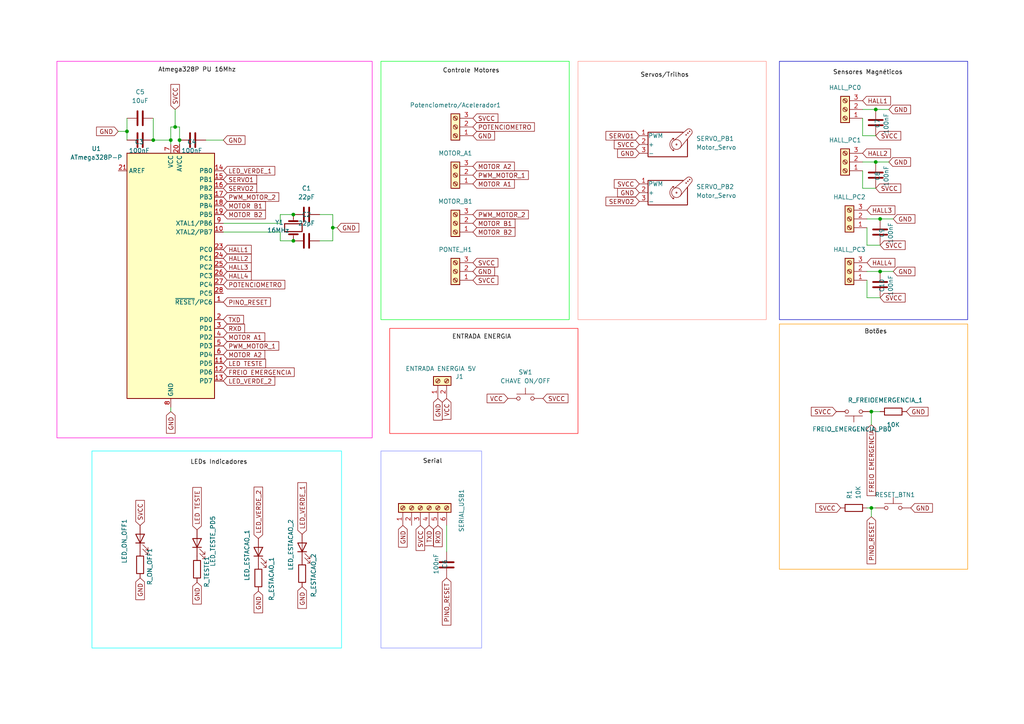
<source format=kicad_sch>
(kicad_sch (version 20250114) (generator "eeschema") (generator_version "9.0")
  (paper "A4")
  (lib_symbols
    (symbol "Connector:Screw_Terminal_01x02" (pin_names (offset 1.016) (hide yes))
      (property "Reference" "J" (at 0 2.54 0))
      (property "Value" "Screw_Terminal_01x02" (at 0 -5.08 0))
      (symbol "Screw_Terminal_01x02_1_1"
        (rectangle (start -1.27 1.27) (end 1.27 -3.81) (stroke (width 0.254)) (fill (type background)))
        (polyline (pts (xy -0.5334 0.3302) (xy 0.3302 -0.508)) (stroke (width 0.1524)))
        (polyline (pts (xy -0.5334 -2.2098) (xy 0.3302 -3.048)) (stroke (width 0.1524)))
        (polyline (pts (xy -0.3556 0.508) (xy 0.508 -0.3302)) (stroke (width 0.1524)))
        (polyline (pts (xy -0.3556 -2.032) (xy 0.508 -2.8702)) (stroke (width 0.1524)))
        (circle (center 0 0) (radius 0.635) (stroke (width 0.1524)))
        (circle (center 0 -2.54) (radius 0.635) (stroke (width 0.1524)))
        (pin passive line (at -5.08 0 0) (length 3.81) (name "Pin_1") (number "1"))
        (pin passive line (at -5.08 -2.54 0) (length 3.81) (name "Pin_2") (number "2"))
      )
    )
    (symbol "Connector:Screw_Terminal_01x03" (pin_names (offset 1.016) (hide yes))
      (property "Reference" "J" (at 0 5.08 0))
      (property "Value" "Screw_Terminal_01x03" (at 0 -5.08 0))
      (symbol "Screw_Terminal_01x03_1_1"
        (rectangle (start -1.27 3.81) (end 1.27 -3.81) (stroke (width 0.254)) (fill (type background)))
        (polyline (pts (xy -0.5334 2.8702) (xy 0.3302 2.032)) (stroke (width 0.1524)))
        (polyline (pts (xy -0.5334 0.3302) (xy 0.3302 -0.508)) (stroke (width 0.1524)))
        (polyline (pts (xy -0.5334 -2.2098) (xy 0.3302 -3.048)) (stroke (width 0.1524)))
        (polyline (pts (xy -0.3556 3.048) (xy 0.508 2.2098)) (stroke (width 0.1524)))
        (polyline (pts (xy -0.3556 0.508) (xy 0.508 -0.3302)) (stroke (width 0.1524)))
        (polyline (pts (xy -0.3556 -2.032) (xy 0.508 -2.8702)) (stroke (width 0.1524)))
        (circle (center 0 2.54) (radius 0.635) (stroke (width 0.1524)))
        (circle (center 0 0) (radius 0.635) (stroke (width 0.1524)))
        (circle (center 0 -2.54) (radius 0.635) (stroke (width 0.1524)))
        (pin passive line (at -5.08 2.54 0) (length 3.81) (name "Pin_1") (number "1"))
        (pin passive line (at -5.08 0 0) (length 3.81) (name "Pin_2") (number "2"))
        (pin passive line (at -5.08 -2.54 0) (length 3.81) (name "Pin_3") (number "3"))
      )
    )
    (symbol "Connector:Screw_Terminal_01x06" (pin_names (offset 1.016) (hide yes))
      (property "Reference" "J" (at 0 7.62 0))
      (property "Value" "Screw_Terminal_01x06" (at 0 -10.16 0))
      (symbol "Screw_Terminal_01x06_1_1"
        (rectangle (start -1.27 6.35) (end 1.27 -8.89) (stroke (width 0.254)) (fill (type background)))
        (polyline (pts (xy -0.5334 5.4102) (xy 0.3302 4.572)) (stroke (width 0.1524)))
        (polyline (pts (xy -0.5334 2.8702) (xy 0.3302 2.032)) (stroke (width 0.1524)))
        (polyline (pts (xy -0.5334 0.3302) (xy 0.3302 -0.508)) (stroke (width 0.1524)))
        (polyline (pts (xy -0.5334 -2.2098) (xy 0.3302 -3.048)) (stroke (width 0.1524)))
        (polyline (pts (xy -0.5334 -4.7498) (xy 0.3302 -5.588)) (stroke (width 0.1524)))
        (polyline (pts (xy -0.5334 -7.2898) (xy 0.3302 -8.128)) (stroke (width 0.1524)))
        (polyline (pts (xy -0.3556 5.588) (xy 0.508 4.7498)) (stroke (width 0.1524)))
        (polyline (pts (xy -0.3556 3.048) (xy 0.508 2.2098)) (stroke (width 0.1524)))
        (polyline (pts (xy -0.3556 0.508) (xy 0.508 -0.3302)) (stroke (width 0.1524)))
        (polyline (pts (xy -0.3556 -2.032) (xy 0.508 -2.8702)) (stroke (width 0.1524)))
        (polyline (pts (xy -0.3556 -4.572) (xy 0.508 -5.4102)) (stroke (width 0.1524)))
        (polyline (pts (xy -0.3556 -7.112) (xy 0.508 -7.9502)) (stroke (width 0.1524)))
        (circle (center 0 5.08) (radius 0.635) (stroke (width 0.1524)))
        (circle (center 0 2.54) (radius 0.635) (stroke (width 0.1524)))
        (circle (center 0 0) (radius 0.635) (stroke (width 0.1524)))
        (circle (center 0 -2.54) (radius 0.635) (stroke (width 0.1524)))
        (circle (center 0 -5.08) (radius 0.635) (stroke (width 0.1524)))
        (circle (center 0 -7.62) (radius 0.635) (stroke (width 0.1524)))
        (pin passive line (at -5.08 5.08 0) (length 3.81) (name "Pin_1") (number "1"))
        (pin passive line (at -5.08 2.54 0) (length 3.81) (name "Pin_2") (number "2"))
        (pin passive line (at -5.08 0 0) (length 3.81) (name "Pin_3") (number "3"))
        (pin passive line (at -5.08 -2.54 0) (length 3.81) (name "Pin_4") (number "4"))
        (pin passive line (at -5.08 -5.08 0) (length 3.81) (name "Pin_5") (number "5"))
        (pin passive line (at -5.08 -7.62 0) (length 3.81) (name "Pin_6") (number "6"))
      )
    )
    (symbol "Device:C" (pin_numbers (hide yes)) (pin_names (offset 0.254))
      (property "Reference" "C" (at 0.635 2.54 0))
      (property "Value" "C" (at 0.635 -2.54 0))
      (symbol "C_0_1"
        (polyline (pts (xy -2.032 0.762) (xy 2.032 0.762)) (stroke (width 0.508)))
        (polyline (pts (xy -2.032 -0.762) (xy 2.032 -0.762)) (stroke (width 0.508)))
      )
      (symbol "C_1_1"
        (pin passive line (at 0 3.81 270) (length 2.794) (name "~") (number "1"))
        (pin passive line (at 0 -3.81 90) (length 2.794) (name "~") (number "2"))
      )
    )
    (symbol "Device:Crystal" (pin_numbers (hide yes)) (pin_names (offset 1.016) (hide yes))
      (property "Reference" "Y" (at 0 3.81 0))
      (property "Value" "Crystal" (at 0 -3.81 0))
      (symbol "Crystal_0_1"
        (polyline (pts (xy -2.54 0) (xy -1.905 0)))
        (polyline (pts (xy -1.905 -1.27) (xy -1.905 1.27)) (stroke (width 0.508)))
        (rectangle (start -1.143 2.54) (end 1.143 -2.54) (stroke (width 0.3048)))
        (polyline (pts (xy 1.905 -1.27) (xy 1.905 1.27)) (stroke (width 0.508)))
        (polyline (pts (xy 2.54 0) (xy 1.905 0)))
      )
      (symbol "Crystal_1_1"
        (pin passive line (at -3.81 0 0) (length 1.27) (name "1") (number "1"))
        (pin passive line (at 3.81 0 180) (length 1.27) (name "2") (number "2"))
      )
    )
    (symbol "Device:LED" (pin_numbers (hide yes)) (pin_names (offset 1.016) (hide yes))
      (property "Reference" "D" (at 0 2.54 0))
      (property "Value" "LED" (at 0 -2.54 0))
      (symbol "LED_0_1"
        (polyline (pts (xy -3.048 -0.762) (xy -4.572 -2.286) (xy -3.81 -2.286) (xy -4.572 -2.286) (xy -4.572 -1.524)))
        (polyline (pts (xy -1.778 -0.762) (xy -3.302 -2.286) (xy -2.54 -2.286) (xy -3.302 -2.286) (xy -3.302 -1.524)))
        (polyline (pts (xy -1.27 0) (xy 1.27 0)))
        (polyline (pts (xy -1.27 -1.27) (xy -1.27 1.27)) (stroke (width 0.254)))
        (polyline (pts (xy 1.27 -1.27) (xy 1.27 1.27) (xy -1.27 0) (xy 1.27 -1.27)) (stroke (width 0.254)))
      )
      (symbol "LED_1_1"
        (pin passive line (at -3.81 0 0) (length 2.54) (name "K") (number "1"))
        (pin passive line (at 3.81 0 180) (length 2.54) (name "A") (number "2"))
      )
    )
    (symbol "Device:R" (pin_numbers (hide yes)) (pin_names (offset 0))
      (property "Reference" "R" (at 2.032 0 90))
      (property "Value" "R" (at 0 0 90))
      (symbol "R_0_1"
        (rectangle (start -1.016 -2.54) (end 1.016 2.54) (stroke (width 0.254)))
      )
      (symbol "R_1_1"
        (pin passive line (at 0 3.81 270) (length 1.27) (name "~") (number "1"))
        (pin passive line (at 0 -3.81 90) (length 1.27) (name "~") (number "2"))
      )
    )
    (symbol "MCU_Microchip_ATmega:ATmega328P-P"
      (property "Reference" "U" (at -12.7 36.83 0))
      (property "Value" "ATmega328P-P" (at 2.54 -36.83 0))
      (symbol "ATmega328P-P_0_1"
        (rectangle (start -12.7 -35.56) (end 12.7 35.56) (stroke (width 0.254)) (fill (type background)))
      )
      (symbol "ATmega328P-P_1_1"
        (pin passive line (at -15.24 30.48 0) (length 2.54) (name "AREF") (number "21"))
        (pin power_in line (at 0 38.1 270) (length 2.54) (name "VCC") (number "7"))
        (pin passive line (at 0 -38.1 90) (length 2.54) (hide yes) (name "GND") (number "22"))
        (pin power_in line (at 0 -38.1 90) (length 2.54) (name "GND") (number "8"))
        (pin power_in line (at 2.54 38.1 270) (length 2.54) (name "AVCC") (number "20"))
        (pin bidirectional line (at 15.24 30.48 180) (length 2.54) (name "PB0") (number "14"))
        (pin bidirectional line (at 15.24 27.94 180) (length 2.54) (name "PB1") (number "15"))
        (pin bidirectional line (at 15.24 25.4 180) (length 2.54) (name "PB2") (number "16"))
        (pin bidirectional line (at 15.24 22.86 180) (length 2.54) (name "PB3") (number "17"))
        (pin bidirectional line (at 15.24 20.32 180) (length 2.54) (name "PB4") (number "18"))
        (pin bidirectional line (at 15.24 17.78 180) (length 2.54) (name "PB5") (number "19"))
        (pin bidirectional line (at 15.24 15.24 180) (length 2.54) (name "XTAL1/PB6") (number "9"))
        (pin bidirectional line (at 15.24 12.7 180) (length 2.54) (name "XTAL2/PB7") (number "10"))
        (pin bidirectional line (at 15.24 7.62 180) (length 2.54) (name "PC0") (number "23"))
        (pin bidirectional line (at 15.24 5.08 180) (length 2.54) (name "PC1") (number "24"))
        (pin bidirectional line (at 15.24 2.54 180) (length 2.54) (name "PC2") (number "25"))
        (pin bidirectional line (at 15.24 0 180) (length 2.54) (name "PC3") (number "26"))
        (pin bidirectional line (at 15.24 -2.54 180) (length 2.54) (name "PC4") (number "27"))
        (pin bidirectional line (at 15.24 -5.08 180) (length 2.54) (name "PC5") (number "28"))
        (pin bidirectional line (at 15.24 -7.62 180) (length 2.54) (name "~{RESET}/PC6") (number "1"))
        (pin bidirectional line (at 15.24 -12.7 180) (length 2.54) (name "PD0") (number "2"))
        (pin bidirectional line (at 15.24 -15.24 180) (length 2.54) (name "PD1") (number "3"))
        (pin bidirectional line (at 15.24 -17.78 180) (length 2.54) (name "PD2") (number "4"))
        (pin bidirectional line (at 15.24 -20.32 180) (length 2.54) (name "PD3") (number "5"))
        (pin bidirectional line (at 15.24 -22.86 180) (length 2.54) (name "PD4") (number "6"))
        (pin bidirectional line (at 15.24 -25.4 180) (length 2.54) (name "PD5") (number "11"))
        (pin bidirectional line (at 15.24 -27.94 180) (length 2.54) (name "PD6") (number "12"))
        (pin bidirectional line (at 15.24 -30.48 180) (length 2.54) (name "PD7") (number "13"))
      )
    )
    (symbol "Motor:Motor_Servo" (pin_names (offset 0.0254))
      (property "Reference" "M" (at -5.08 4.445 0))
      (property "Value" "Motor_Servo" (at -5.08 -4.064 0))
      (symbol "Motor_Servo_0_1"
        (polyline (pts (xy 2.413 1.778) (xy 1.905 1.778)))
        (polyline (pts (xy 2.413 1.778) (xy 2.286 1.397)))
        (polyline (pts (xy 2.413 -1.778) (xy 2.032 -1.778)))
        (polyline (pts (xy 2.413 -1.778) (xy 2.286 -1.397)))
        (arc (start 2.413 -1.778) (mid 1.2406 0) (end 2.413 1.778))
        (circle (center 3.175 0) (radius 0.1778))
        (circle (center 3.175 0) (radius 1.4224))
        (polyline (pts (xy 5.08 3.556) (xy -5.08 3.556) (xy -5.08 -3.556) (xy 6.35 -3.556) (xy 6.35 1.524)) (stroke (width 0.254)))
        (circle (center 5.969 2.794) (radius 0.127))
        (polyline (pts (xy 6.35 4.445) (xy 2.54 1.27)))
        (circle (center 6.477 3.302) (radius 0.127))
        (arc (start 6.35 4.445) (mid 7.4487 4.2737) (end 7.62 3.175))
        (circle (center 6.985 3.81) (radius 0.127))
        (polyline (pts (xy 7.62 3.175) (xy 4.191 -1.016)))
      )
      (symbol "Motor_Servo_1_1"
        (pin passive line (at -7.62 2.54 0) (length 2.54) (name "PWM") (number "1"))
        (pin passive line (at -7.62 0 0) (length 2.54) (name "+") (number "2"))
        (pin passive line (at -7.62 -2.54 0) (length 2.54) (name "-") (number "3"))
      )
    )
    (symbol "Switch:SW_Push" (pin_numbers (hide yes)) (pin_names (offset 1.016) (hide yes))
      (property "Reference" "SW" (at 1.27 2.54 0))
      (property "Value" "SW_Push" (at 0 -1.524 0))
      (symbol "SW_Push_0_1"
        (circle (center -2.032 0) (radius 0.508))
        (polyline (pts (xy 0 1.27) (xy 0 3.048)))
        (circle (center 2.032 0) (radius 0.508))
        (polyline (pts (xy 2.54 1.27) (xy -2.54 1.27)))
        (pin passive line (at -5.08 0 0) (length 2.54) (name "1") (number "1"))
        (pin passive line (at 5.08 0 180) (length 2.54) (name "2") (number "2"))
      )
    )
  )
  (rectangle (start 113.03 95.25) (end 167.64 125.73) (stroke (width 0) (color 255 0 10 1)))
  (rectangle (start 110.49 130.81) (end 139.7 187.96) (stroke (width 0) (color 129 139 255 1)))
  (rectangle (start 226.06 93.98) (end 280.67 165.1) (stroke (width 0) (color 255 153 0 1)))
  (rectangle (start 16.51 17.78) (end 107.95 127) (stroke (width 0) (color 255 0 214 1)))
  (rectangle (start 110.49 17.78) (end 165.1 92.71) (stroke (width 0) (color 0 255 34 1)))
  (rectangle (start 26.67 130.81) (end 99.06 187.96) (stroke (width 0) (color 0 255 255 1)))
  (rectangle (start 226.06 17.78) (end 280.67 92.71))
  (rectangle (start 167.64 17.78) (end 222.25 92.71) (stroke (width 0) (color 255 149 139 1)))
  (text "Atmega328P PU 16Mhz" (at 57.15 20.32 0) (effects (font (size 1.27 1.27))))
  (text "LEDs Indicadores\n" (at 63.5 134.112 0) (effects (font (size 1.27 1.27))))
  (text "Controle Motores\n" (at 136.652 20.574 0) (effects (font (size 1.27 1.27))))
  (text "Botões\n" (at 254 96.266 0) (effects (font (size 1.27 1.27))))
  (text "ENTRADA ENERGIA\n" (at 139.7 97.79 0) (effects (font (size 1.27 1.27))))
  (text "Servos/Trilhos\n" (at 192.786 21.844 0) (effects (font (size 1.27 1.27))))
  (text "Serial\n" (at 125.476 133.858 0) (effects (font (size 1.27 1.27))))
  (text "Sensores Magnéticos" (at 251.714 21.082 0) (effects (font (size 1.27 1.27))))
  (junction (at 255.27 63.5))
  (junction (at 52.07 40.64))
  (junction (at 85.09 69.85))
  (junction (at 255.27 78.74))
  (junction (at 44.45 40.64))
  (junction (at 49.53 40.64))
  (junction (at 85.09 62.23))
  (junction (at 50.8 36.83))
  (junction (at 252.73 119.38))
  (junction (at 254 31.75))
  (junction (at 96.52 66.04))
  (junction (at 252.73 147.32))
  (junction (at 254 46.99))
  (junction (at 36.83 38.1))
  (wire (pts (xy 254 31.75) (xy 250.19 31.75)))
  (wire (pts (xy 49.53 41.91) (xy 49.53 40.64)))
  (wire (pts (xy 252.73 149.86) (xy 252.73 147.32)))
  (wire (pts (xy 255.27 78.74) (xy 251.46 78.74)))
  (wire (pts (xy 44.45 34.29) (xy 44.45 40.64)))
  (wire (pts (xy 36.83 34.29) (xy 36.83 38.1)))
  (wire (pts (xy 36.83 38.1) (xy 36.83 40.64)))
  (wire (pts (xy 59.69 40.64) (xy 64.77 40.64)))
  (wire (pts (xy 255.27 63.5) (xy 251.46 63.5)))
  (wire (pts (xy 52.07 40.64) (xy 52.07 41.91)))
  (wire (pts (xy 96.52 62.23) (xy 96.52 66.04)))
  (wire (pts (xy 250.19 34.29) (xy 250.19 39.37)))
  (wire (pts (xy 81.28 67.31) (xy 64.77 67.31)))
  (wire (pts (xy 52.07 36.83) (xy 52.07 40.64)))
  (wire (pts (xy 250.19 39.37) (xy 254 39.37)))
  (wire (pts (xy 251.46 81.28) (xy 251.46 86.36)))
  (wire (pts (xy 257.81 46.99) (xy 254 46.99)))
  (wire (pts (xy 85.09 69.85) (xy 81.28 69.85)))
  (wire (pts (xy 97.79 66.04) (xy 96.52 66.04)))
  (wire (pts (xy 251.46 86.36) (xy 255.27 86.36)))
  (wire (pts (xy 81.28 62.23) (xy 85.09 62.23)))
  (wire (pts (xy 252.73 147.32) (xy 254 147.32)))
  (wire (pts (xy 250.19 49.53) (xy 250.19 54.61)))
  (wire (pts (xy 50.8 36.83) (xy 52.07 36.83)))
  (wire (pts (xy 64.77 64.77) (xy 81.28 64.77)))
  (wire (pts (xy 259.08 78.74) (xy 255.27 78.74)))
  (wire (pts (xy 259.08 63.5) (xy 255.27 63.5)))
  (wire (pts (xy 49.53 36.83) (xy 50.8 36.83)))
  (wire (pts (xy 251.46 66.04) (xy 251.46 71.12)))
  (wire (pts (xy 252.73 123.19) (xy 252.73 119.38)))
  (wire (pts (xy 44.45 40.64) (xy 49.53 40.64)))
  (wire (pts (xy 92.71 69.85) (xy 96.52 69.85)))
  (wire (pts (xy 251.46 71.12) (xy 255.27 71.12)))
  (wire (pts (xy 129.54 152.4) (xy 129.54 160.02)))
  (wire (pts (xy 254 46.99) (xy 250.19 46.99)))
  (wire (pts (xy 34.29 38.1) (xy 36.83 38.1)))
  (wire (pts (xy 81.28 69.85) (xy 81.28 67.31)))
  (wire (pts (xy 49.53 119.38) (xy 49.53 118.11)))
  (wire (pts (xy 255.27 119.38) (xy 252.73 119.38)))
  (wire (pts (xy 50.8 31.75) (xy 50.8 36.83)))
  (wire (pts (xy 96.52 66.04) (xy 96.52 69.85)))
  (wire (pts (xy 49.53 40.64) (xy 49.53 36.83)))
  (wire (pts (xy 251.46 147.32) (xy 252.73 147.32)))
  (wire (pts (xy 81.28 64.77) (xy 81.28 62.23)))
  (wire (pts (xy 257.81 31.75) (xy 254 31.75)))
  (wire (pts (xy 250.19 54.61) (xy 254 54.61)))
  (wire (pts (xy 92.71 62.23) (xy 96.52 62.23)))
  (global_label "SVCC" (shape input) (at 255.27 71.12 0) (property "Intersheetrefs" "${INTERSHEET_REFS}" (effects (hide yes))))
  (global_label "GND" (shape input) (at 259.08 78.74 0) (property "Intersheetrefs" "${INTERSHEET_REFS}" (effects (hide yes))))
  (global_label "SVCC" (shape input) (at 254 54.61 0) (property "Intersheetrefs" "${INTERSHEET_REFS}" (effects (hide yes))))
  (global_label "RXD" (shape input) (at 64.77 95.25 0) (property "Intersheetrefs" "${INTERSHEET_REFS}" (effects (hide yes))))
  (global_label "GND" (shape input) (at 87.63 170.18 270) (property "Intersheetrefs" "${INTERSHEET_REFS}" (effects (hide yes))))
  (global_label "RXD" (shape input) (at 127 152.4 270) (property "Intersheetrefs" "${INTERSHEET_REFS}" (effects (hide yes))))
  (global_label "HALL1" (shape input) (at 64.77 72.39 0) (property "Intersheetrefs" "${INTERSHEET_REFS}" (effects (hide yes))))
  (global_label "LED_VERDE_2" (shape input) (at 74.93 156.21 90) (property "Intersheetrefs" "${INTERSHEET_REFS}" (effects (hide yes))))
  (global_label "SVCC" (shape input) (at 137.16 34.29 0) (property "Intersheetrefs" "${INTERSHEET_REFS}" (effects (hide yes))))
  (global_label "HALL4" (shape input) (at 64.77 80.01 0) (property "Intersheetrefs" "${INTERSHEET_REFS}" (effects (hide yes))))
  (global_label "LED_VERDE_1" (shape input) (at 87.63 154.94 90) (property "Intersheetrefs" "${INTERSHEET_REFS}" (effects (hide yes))))
  (global_label "PINO_RESET" (shape input) (at 64.77 87.63 0) (property "Intersheetrefs" "${INTERSHEET_REFS}" (effects (hide yes))))
  (global_label "PWM_MOTOR_1" (shape input) (at 64.77 100.33 0) (property "Intersheetrefs" "${INTERSHEET_REFS}" (effects (hide yes))))
  (global_label "GND" (shape input) (at 74.93 171.45 270) (property "Intersheetrefs" "${INTERSHEET_REFS}" (effects (hide yes))))
  (global_label "GND" (shape input) (at 185.42 55.88 180) (property "Intersheetrefs" "${INTERSHEET_REFS}" (effects (hide yes))))
  (global_label "GND" (shape input) (at 97.79 66.04 0) (property "Intersheetrefs" "${INTERSHEET_REFS}" (effects (hide yes))))
  (global_label "HALL3" (shape input) (at 64.77 77.47 0) (property "Intersheetrefs" "${INTERSHEET_REFS}" (effects (hide yes))))
  (global_label "HALL4" (shape input) (at 251.46 76.2 0) (property "Intersheetrefs" "${INTERSHEET_REFS}" (effects (hide yes))))
  (global_label "LED_VERDE_1" (shape input) (at 64.77 49.53 0) (property "Intersheetrefs" "${INTERSHEET_REFS}" (effects (hide yes))))
  (global_label "GND" (shape input) (at 57.15 168.91 270) (property "Intersheetrefs" "${INTERSHEET_REFS}" (effects (hide yes))))
  (global_label "LED TESTE" (shape input) (at 57.15 153.67 90) (property "Intersheetrefs" "${INTERSHEET_REFS}" (effects (hide yes))))
  (global_label "SVCC" (shape input) (at 137.16 76.2 0) (property "Intersheetrefs" "${INTERSHEET_REFS}" (effects (hide yes))))
  (global_label "MOTOR A2" (shape input) (at 137.16 48.26 0) (property "Intersheetrefs" "${INTERSHEET_REFS}" (effects (hide yes))))
  (global_label "SVCC" (shape input) (at 185.42 53.34 180) (property "Intersheetrefs" "${INTERSHEET_REFS}" (effects (hide yes))))
  (global_label "SVCC" (shape input) (at 255.27 86.36 0) (property "Intersheetrefs" "${INTERSHEET_REFS}" (effects (hide yes))))
  (global_label "SVCC" (shape input) (at 254 39.37 0) (property "Intersheetrefs" "${INTERSHEET_REFS}" (effects (hide yes))))
  (global_label "SERVO1" (shape input) (at 185.42 39.37 180) (property "Intersheetrefs" "${INTERSHEET_REFS}" (effects (hide yes))))
  (global_label "GND" (shape input) (at 49.53 119.38 270) (property "Intersheetrefs" "${INTERSHEET_REFS}" (effects (hide yes))))
  (global_label "SVCC" (shape input) (at 243.84 147.32 180) (property "Intersheetrefs" "${INTERSHEET_REFS}" (effects (hide yes))))
  (global_label "PWM_MOTOR_2" (shape input) (at 64.77 57.15 0) (property "Intersheetrefs" "${INTERSHEET_REFS}" (effects (hide yes))))
  (global_label "SERVO2" (shape input) (at 185.42 58.42 180) (property "Intersheetrefs" "${INTERSHEET_REFS}" (effects (hide yes))))
  (global_label "POTENCIOMETRO" (shape input) (at 137.16 36.83 0) (property "Intersheetrefs" "${INTERSHEET_REFS}" (effects (hide yes))))
  (global_label "SVCC" (shape input) (at 185.42 41.91 180) (property "Intersheetrefs" "${INTERSHEET_REFS}" (effects (hide yes))))
  (global_label "SERVO2" (shape input) (at 64.77 54.61 0) (property "Intersheetrefs" "${INTERSHEET_REFS}" (effects (hide yes))))
  (global_label "SVCC" (shape input) (at 242.57 119.38 180) (property "Intersheetrefs" "${INTERSHEET_REFS}" (effects (hide yes))))
  (global_label "VCC" (shape input) (at 147.32 115.57 180) (property "Intersheetrefs" "${INTERSHEET_REFS}" (effects (hide yes))))
  (global_label "GND" (shape input) (at 64.77 40.64 0) (property "Intersheetrefs" "${INTERSHEET_REFS}" (effects (hide yes))))
  (global_label "GND" (shape input) (at 40.64 167.64 270) (property "Intersheetrefs" "${INTERSHEET_REFS}" (effects (hide yes))))
  (global_label "MOTOR B1" (shape input) (at 137.16 64.77 0) (property "Intersheetrefs" "${INTERSHEET_REFS}" (effects (hide yes))))
  (global_label "TXD" (shape input) (at 124.46 152.4 270) (property "Intersheetrefs" "${INTERSHEET_REFS}" (effects (hide yes))))
  (global_label "PINO_RESET" (shape input) (at 129.54 167.64 270) (property "Intersheetrefs" "${INTERSHEET_REFS}" (effects (hide yes))))
  (global_label "GND" (shape input) (at 34.29 38.1 180) (property "Intersheetrefs" "${INTERSHEET_REFS}" (effects (hide yes))))
  (global_label "SERVO1" (shape input) (at 64.77 52.07 0) (property "Intersheetrefs" "${INTERSHEET_REFS}" (effects (hide yes))))
  (global_label "LED TESTE" (shape input) (at 64.77 105.41 0) (property "Intersheetrefs" "${INTERSHEET_REFS}" (effects (hide yes))))
  (global_label "MOTOR A2" (shape input) (at 64.77 102.87 0) (property "Intersheetrefs" "${INTERSHEET_REFS}" (effects (hide yes))))
  (global_label "HALL2" (shape input) (at 64.77 74.93 0) (property "Intersheetrefs" "${INTERSHEET_REFS}" (effects (hide yes))))
  (global_label "GND" (shape input) (at 137.16 39.37 0) (property "Intersheetrefs" "${INTERSHEET_REFS}" (effects (hide yes))))
  (global_label "GND" (shape input) (at 264.16 147.32 0) (property "Intersheetrefs" "${INTERSHEET_REFS}" (effects (hide yes))))
  (global_label "SVCC" (shape input) (at 157.48 115.57 0) (property "Intersheetrefs" "${INTERSHEET_REFS}" (effects (hide yes))))
  (global_label "SVCC" (shape input) (at 121.92 152.4 270) (property "Intersheetrefs" "${INTERSHEET_REFS}" (effects (hide yes))))
  (global_label "GND" (shape input) (at 262.89 119.38 0) (property "Intersheetrefs" "${INTERSHEET_REFS}" (effects (hide yes))))
  (global_label "MOTOR B2" (shape input) (at 137.16 67.31 0) (property "Intersheetrefs" "${INTERSHEET_REFS}" (effects (hide yes))))
  (global_label "GND" (shape input) (at 116.84 152.4 270) (property "Intersheetrefs" "${INTERSHEET_REFS}" (effects (hide yes))))
  (global_label "GND" (shape input) (at 137.16 78.74 0) (property "Intersheetrefs" "${INTERSHEET_REFS}" (effects (hide yes))))
  (global_label "SVCC" (shape input) (at 137.16 81.28 0) (property "Intersheetrefs" "${INTERSHEET_REFS}" (effects (hide yes))))
  (global_label "GND" (shape input) (at 185.42 44.45 180) (property "Intersheetrefs" "${INTERSHEET_REFS}" (effects (hide yes))))
  (global_label "VCC" (shape input) (at 129.54 115.57 270) (property "Intersheetrefs" "${INTERSHEET_REFS}" (effects (hide yes))))
  (global_label "SVCC" (shape input) (at 50.8 31.75 90) (property "Intersheetrefs" "${INTERSHEET_REFS}" (effects (hide yes))))
  (global_label "GND" (shape input) (at 257.81 46.99 0) (property "Intersheetrefs" "${INTERSHEET_REFS}" (effects (hide yes))))
  (global_label "GND" (shape input) (at 127 115.57 270) (property "Intersheetrefs" "${INTERSHEET_REFS}" (effects (hide yes))))
  (global_label "GND" (shape input) (at 257.81 31.75 0) (property "Intersheetrefs" "${INTERSHEET_REFS}" (effects (hide yes))))
  (global_label "PWM_MOTOR_1" (shape input) (at 137.16 50.8 0) (property "Intersheetrefs" "${INTERSHEET_REFS}" (effects (hide yes))))
  (global_label "HALL3" (shape input) (at 251.46 60.96 0) (property "Intersheetrefs" "${INTERSHEET_REFS}" (effects (hide yes))))
  (global_label "MOTOR A1" (shape input) (at 137.16 53.34 0) (property "Intersheetrefs" "${INTERSHEET_REFS}" (effects (hide yes))))
  (global_label "POTENCIOMETRO" (shape input) (at 64.77 82.55 0) (property "Intersheetrefs" "${INTERSHEET_REFS}" (effects (hide yes))))
  (global_label "FREIO EMERGENCIA" (shape input) (at 64.77 107.95 0) (property "Intersheetrefs" "${INTERSHEET_REFS}" (effects (hide yes))))
  (global_label "LED_VERDE_2" (shape input) (at 64.77 110.49 0) (property "Intersheetrefs" "${INTERSHEET_REFS}" (effects (hide yes))))
  (global_label "PWM_MOTOR_2" (shape input) (at 137.16 62.23 0) (property "Intersheetrefs" "${INTERSHEET_REFS}" (effects (hide yes))))
  (global_label "PINO_RESET" (shape input) (at 252.73 149.86 270) (property "Intersheetrefs" "${INTERSHEET_REFS}" (effects (hide yes))))
  (global_label "MOTOR A1" (shape input) (at 64.77 97.79 0) (property "Intersheetrefs" "${INTERSHEET_REFS}" (effects (hide yes))))
  (global_label "SVCC" (shape input) (at 40.64 152.4 90) (property "Intersheetrefs" "${INTERSHEET_REFS}" (effects (hide yes))))
  (global_label "TXD" (shape input) (at 64.77 92.71 0) (property "Intersheetrefs" "${INTERSHEET_REFS}" (effects (hide yes))))
  (global_label "HALL1" (shape input) (at 250.19 29.21 0) (property "Intersheetrefs" "${INTERSHEET_REFS}" (effects (hide yes))))
  (global_label "MOTOR B1" (shape input) (at 64.77 59.69 0) (property "Intersheetrefs" "${INTERSHEET_REFS}" (effects (hide yes))))
  (global_label "GND" (shape input) (at 259.08 63.5 0) (property "Intersheetrefs" "${INTERSHEET_REFS}" (effects (hide yes))))
  (global_label "FREIO EMERGENCIA" (shape input) (at 252.73 123.19 270) (property "Intersheetrefs" "${INTERSHEET_REFS}" (effects (hide yes))))
  (global_label "HALL2" (shape input) (at 250.19 44.45 0) (property "Intersheetrefs" "${INTERSHEET_REFS}" (effects (hide yes))))
  (global_label "MOTOR B2" (shape input) (at 64.77 62.23 0) (property "Intersheetrefs" "${INTERSHEET_REFS}" (effects (hide yes))))
  (symbol (lib_id "Switch:SW_Push") (at 152.4 115.57 0) (unit 1)
    (property "Reference" "SW1" (at 152.4 107.95 0))
    (property "Value" "CHAVE ON/OFF" (at 152.4 110.49 0))
    (property "Footprint" "Connector_JST:JST_XH_B2B-XH-A_1x02_P2.50mm_Vertical" (effects (hide yes)))
    (property "Description" "Push button switch, generic, two pins" (effects (hide yes)))
  )
  (symbol (lib_id "Device:LED") (at 40.64 156.21 90) (unit 1)
    (property "Reference" "LED_ON_OFF1" (at 36.068 156.972 0))
    (property "Value" "LED ARDUINO ON OFF" (effects (hide yes)))
    (property "Footprint" "LED_THT:LED_D3.0mm_Horizontal_O6.35mm_Z2.0mm" (effects (hide yes)))
    (property "Description" "Light emitting diode" (effects (hide yes)))
    (property "Sim.Pins" "1=K 2=A" (effects (hide yes)))
  )
  (symbol (lib_id "Device:C") (at 254 35.56 180) (unit 1)
    (property "Reference" "C7" (at 254.508 35.814 90))
    (property "Value" "100nF" (at 257.048 35.814 90))
    (property "Footprint" "Capacitor_THT:CP_Radial_Tantal_D10.5mm_P5.00mm" (effects (hide yes)))
    (property "Description" "Unpolarized capacitor" (effects (hide yes)))
  )
  (symbol (lib_id "Motor:Motor_Servo") (at 193.04 41.91 0) (unit 1)
    (property "Reference" "SERVO_PB1" (at 201.93 40.2068 0) (effects (justify left)))
    (property "Value" "Motor_Servo" (at 201.93 42.7468 0) (effects (justify left)))
    (property "Footprint" "Connector_JST:JST_XH_B3B-XH-A_1x03_P2.50mm_Vertical" (effects (hide yes)))
    (property "Datasheet" "http://forums.parallax.com/uploads/attachments/46831/74481.png" (effects (hide yes)))
    (property "Description" "Servo Motor (Futaba, HiTec, JR connector)" (effects (hide yes)))
  )
  (symbol (lib_id "Connector:Screw_Terminal_01x06") (at 121.92 147.32 90) (unit 1)
    (property "Reference" "SERIAL_USB1" (at 133.858 148.082 0))
    (property "Value" "Screw_Terminal_01x06" (effects (hide yes)))
    (property "Footprint" "Connector_PinHeader_2.54mm:PinHeader_1x06_P2.54mm_Vertical" (effects (hide yes)))
    (property "Description" "Generic screw terminal, single row, 01x06, script generated (kicad-library-utils/schlib/autogen/connector/)" (effects (hide yes)))
  )
  (symbol (lib_id "Connector:Screw_Terminal_01x03") (at 245.11 31.75 180) (unit 1)
    (property "Reference" "HALL_PC0" (at 245.11 25.4 0))
    (property "Value" "Screw_Terminal_01x03" (effects (hide yes)))
    (property "Footprint" "Connector_JST:JST_XH_B3B-XH-A_1x03_P2.50mm_Vertical" (effects (hide yes)))
    (property "Description" "Generic screw terminal, single row, 01x03, script generated (kicad-library-utils/schlib/autogen/connector/)" (effects (hide yes)))
  )
  (symbol (lib_id "Device:R") (at 259.08 119.38 270) (unit 1)
    (property "Reference" "R_FREIOEMERGENCIA_1" (at 256.794 116.078 90))
    (property "Value" "10K" (at 259.08 123.19 90))
    (property "Footprint" "Resistor_THT:R_Axial_DIN0207_L6.3mm_D2.5mm_P15.24mm_Horizontal" (effects (hide yes)))
    (property "Description" "Resistor" (effects (hide yes)))
  )
  (symbol (lib_id "Device:C") (at 255.27 82.55 180) (unit 1)
    (property "Reference" "C10" (at 255.778 82.804 90))
    (property "Value" "100nF" (at 258.318 82.804 90))
    (property "Footprint" "Capacitor_THT:CP_Radial_Tantal_D10.5mm_P5.00mm" (effects (hide yes)))
    (property "Description" "Unpolarized capacitor" (effects (hide yes)))
  )
  (symbol (lib_id "Connector:Screw_Terminal_01x03") (at 246.38 63.5 180) (unit 1)
    (property "Reference" "HALL_PC2" (at 246.38 57.15 0))
    (property "Value" "Screw_Terminal_01x03" (effects (hide yes)))
    (property "Footprint" "Connector_JST:JST_XH_B3B-XH-A_1x03_P2.50mm_Vertical" (effects (hide yes)))
    (property "Description" "Generic screw terminal, single row, 01x03, script generated (kicad-library-utils/schlib/autogen/connector/)" (effects (hide yes)))
  )
  (symbol (lib_id "MCU_Microchip_ATmega:ATmega328P-P") (at 49.53 80.01 0) (unit 1)
    (property "Reference" "U1" (at 27.94 43.1098 0))
    (property "Value" "ATmega328P-P" (at 27.94 45.6498 0))
    (property "Footprint" "Package_DIP:DIP-28_W7.62mm" (effects (hide yes)))
    (property "Datasheet" "http://ww1.microchip.com/downloads/en/DeviceDoc/ATmega328_P%20AVR%20MCU%20with%20picoPower%20Technology%20Data%20Sheet%2040001984A.pdf" (effects (hide yes)))
    (property "Description" "20MHz, 32kB Flash, 2kB SRAM, 1kB EEPROM, DIP-28" (effects (hide yes)))
  )
  (symbol (lib_id "Switch:SW_Push") (at 259.08 147.32 0) (unit 1)
    (property "Reference" "RESET_BTN1" (at 259.588 143.51 0))
    (property "Value" "FREIO EMERGENCIA" (effects (hide yes)))
    (property "Footprint" "Button_Switch_THT:SW_PUSH-12mm" (effects (hide yes)))
    (property "Description" "Push button switch, generic, two pins" (effects (hide yes)))
  )
  (symbol (lib_id "Device:C") (at 55.88 40.64 90) (unit 1)
    (property "Reference" "C4" (at 55.626 41.148 90))
    (property "Value" "100nF" (at 55.626 43.688 90))
    (property "Footprint" "Capacitor_THT:CP_Radial_Tantal_D10.5mm_P5.00mm" (effects (hide yes)))
    (property "Description" "Unpolarized capacitor" (effects (hide yes)))
  )
  (symbol (lib_id "Device:C") (at 40.64 34.29 90) (unit 1)
    (property "Reference" "C5" (at 40.64 26.67 90))
    (property "Value" "10uF" (at 40.64 29.21 90))
    (property "Footprint" "Capacitor_THT:CP_Radial_D10.0mm_P3.80mm" (effects (hide yes)))
    (property "Description" "Unpolarized capacitor" (effects (hide yes)))
  )
  (symbol (lib_id "Device:C") (at 255.27 67.31 180) (unit 1)
    (property "Reference" "C9" (at 255.778 67.564 90))
    (property "Value" "100nF" (at 258.318 67.564 90))
    (property "Footprint" "Capacitor_THT:CP_Radial_Tantal_D10.5mm_P5.00mm" (effects (hide yes)))
    (property "Description" "Unpolarized capacitor" (effects (hide yes)))
  )
  (symbol (lib_id "Connector:Screw_Terminal_01x02") (at 127 110.49 90) (unit 1)
    (property "Reference" "J1" (at 132.08 109.2199 90) (effects (justify right)))
    (property "Value" "ENTRADA ENERGIA 5V" (at 117.602 106.934 90) (effects (justify right)))
    (property "Footprint" "TerminalBlock:TerminalBlock_bornier-2_P5.08mm" (effects (hide yes)))
    (property "Description" "Generic screw terminal, single row, 01x02, script generated (kicad-library-utils/schlib/autogen/connector/)" (effects (hide yes)))
  )
  (symbol (lib_id "Switch:SW_Push") (at 247.65 119.38 180) (unit 1)
    (property "Reference" "FREIO_EMERGENCIA_PB0" (at 247.142 124.46 0))
    (property "Value" "FREIO EMERGENCIA" (effects (hide yes)))
    (property "Footprint" "Connector_JST:JST_XH_B2B-XH-A_1x02_P2.50mm_Vertical" (effects (hide yes)))
    (property "Description" "Push button switch, generic, two pins" (effects (hide yes)))
  )
  (symbol (lib_id "Connector:Screw_Terminal_01x03") (at 132.08 78.74 180) (unit 1)
    (property "Reference" "PONTE_H1" (at 132.08 72.39 0))
    (property "Value" "Screw_Terminal_01x03" (effects (hide yes)))
    (property "Footprint" "Connector_JST:JST_XH_B3B-XH-A_1x03_P2.50mm_Vertical" (effects (hide yes)))
    (property "Description" "Generic screw terminal, single row, 01x03, script generated (kicad-library-utils/schlib/autogen/connector/)" (effects (hide yes)))
  )
  (symbol (lib_id "Device:Crystal") (at 85.09 66.04 90) (unit 1)
    (property "Reference" "Y1" (at 79.756 64.516 90) (effects (justify right)))
    (property "Value" "16MHz" (at 77.47 66.802 90) (effects (justify right)))
    (property "Footprint" "Crystal:Crystal_HC18-U_Vertical" (effects (hide yes)))
    (property "Description" "Two pin crystal" (effects (hide yes)))
  )
  (symbol (lib_id "Device:LED") (at 74.93 160.02 90) (unit 1)
    (property "Reference" "LED_ESTACAO_1" (at 71.628 161.036 0))
    (property "Value" "LED" (effects (hide yes)))
    (property "Footprint" "Connector_JST:JST_XH_B2B-XH-A_1x02_P2.50mm_Vertical" (effects (hide yes)))
    (property "Description" "Light emitting diode" (effects (hide yes)))
    (property "Sim.Pins" "1=K 2=A" (effects (hide yes)))
  )
  (symbol (lib_id "Connector:Screw_Terminal_01x03") (at 246.38 78.74 180) (unit 1)
    (property "Reference" "HALL_PC3" (at 246.38 72.39 0))
    (property "Value" "Screw_Terminal_01x03" (effects (hide yes)))
    (property "Footprint" "Connector_JST:JST_XH_B3B-XH-A_1x03_P2.50mm_Vertical" (effects (hide yes)))
    (property "Description" "Generic screw terminal, single row, 01x03, script generated (kicad-library-utils/schlib/autogen/connector/)" (effects (hide yes)))
  )
  (symbol (lib_id "Device:R") (at 247.65 147.32 270) (unit 1)
    (property "Reference" "R1" (at 246.3799 144.78 0) (effects (justify right)))
    (property "Value" "10K" (at 248.9199 144.78 0) (effects (justify right)))
    (property "Footprint" "Resistor_THT:R_Axial_DIN0207_L6.3mm_D2.5mm_P15.24mm_Horizontal" (effects (hide yes)))
    (property "Description" "Resistor" (effects (hide yes)))
  )
  (symbol (lib_id "Connector:Screw_Terminal_01x03") (at 132.08 36.83 180) (unit 1)
    (property "Reference" "Potenciometro/Acelerador1" (at 132.08 30.48 0))
    (property "Value" "Screw_Terminal_01x03" (effects (hide yes)))
    (property "Footprint" "Connector_JST:JST_XH_B3B-XH-A_1x03_P2.50mm_Vertical" (effects (hide yes)))
    (property "Description" "Generic screw terminal, single row, 01x03, script generated (kicad-library-utils/schlib/autogen/connector/)" (effects (hide yes)))
  )
  (symbol (lib_id "Device:R") (at 40.64 163.83 0) (unit 1)
    (property "Reference" "R_ON_OFF1" (at 43.434 164.338 90))
    (property "Value" "RESISTOR LED ON OFF" (effects (hide yes)))
    (property "Footprint" "Resistor_THT:R_Axial_DIN0207_L6.3mm_D2.5mm_P15.24mm_Horizontal" (effects (hide yes)))
    (property "Description" "Resistor" (effects (hide yes)))
  )
  (symbol (lib_id "Connector:Screw_Terminal_01x03") (at 132.08 50.8 180) (unit 1)
    (property "Reference" "MOTOR_A1" (at 132.08 44.45 0))
    (property "Value" "Screw_Terminal_01x03" (effects (hide yes)))
    (property "Footprint" "Connector_JST:JST_XH_B3B-XH-A_1x03_P2.50mm_Vertical" (effects (hide yes)))
    (property "Description" "Generic screw terminal, single row, 01x03, script generated (kicad-library-utils/schlib/autogen/connector/)" (effects (hide yes)))
  )
  (symbol (lib_id "Device:LED") (at 57.15 157.48 90) (unit 1)
    (property "Reference" "LED_TESTE_PD5" (at 61.722 156.972 0))
    (property "Value" "LED" (effects (hide yes)))
    (property "Footprint" "LED_THT:LED_D3.0mm_Horizontal_O6.35mm_Z2.0mm" (effects (hide yes)))
    (property "Description" "Light emitting diode" (effects (hide yes)))
    (property "Sim.Pins" "1=K 2=A" (effects (hide yes)))
  )
  (symbol (lib_id "Device:C") (at 88.9 69.85 90) (unit 1)
    (property "Reference" "C2" (at 88.9 62.23 90))
    (property "Value" "22pF" (at 88.9 64.77 90))
    (property "Footprint" "Capacitor_THT:CP_Radial_Tantal_D10.5mm_P5.00mm" (effects (hide yes)))
    (property "Description" "Unpolarized capacitor" (effects (hide yes)))
  )
  (symbol (lib_id "Motor:Motor_Servo") (at 193.04 55.88 0) (unit 1)
    (property "Reference" "SERVO_PB2" (at 201.93 54.1768 0) (effects (justify left)))
    (property "Value" "Motor_Servo" (at 201.93 56.7168 0) (effects (justify left)))
    (property "Footprint" "Connector_JST:JST_XH_B3B-XH-A_1x03_P2.50mm_Vertical" (effects (hide yes)))
    (property "Datasheet" "http://forums.parallax.com/uploads/attachments/46831/74481.png" (effects (hide yes)))
    (property "Description" "Servo Motor (Futaba, HiTec, JR connector)" (effects (hide yes)))
  )
  (symbol (lib_id "Device:C") (at 40.64 40.64 90) (unit 1)
    (property "Reference" "C3" (at 40.386 41.148 90))
    (property "Value" "100nF" (at 40.386 43.688 90))
    (property "Footprint" "Capacitor_THT:CP_Radial_Tantal_D10.5mm_P5.00mm" (effects (hide yes)))
    (property "Description" "Unpolarized capacitor" (effects (hide yes)))
  )
  (symbol (lib_id "Device:LED") (at 87.63 158.75 90) (unit 1)
    (property "Reference" "LED_ESTACAO_2" (at 84.328 157.988 0))
    (property "Value" "LED" (effects (hide yes)))
    (property "Footprint" "Connector_JST:JST_XH_B2B-XH-A_1x02_P2.50mm_Vertical" (effects (hide yes)))
    (property "Description" "Light emitting diode" (effects (hide yes)))
    (property "Sim.Pins" "1=K 2=A" (effects (hide yes)))
  )
  (symbol (lib_id "Device:C") (at 254 50.8 180) (unit 1)
    (property "Reference" "C8" (at 254.508 51.054 90))
    (property "Value" "100nF" (at 257.048 51.054 90))
    (property "Footprint" "Capacitor_THT:CP_Radial_Tantal_D10.5mm_P5.00mm" (effects (hide yes)))
    (property "Description" "Unpolarized capacitor" (effects (hide yes)))
  )
  (symbol (lib_id "Device:R") (at 74.93 167.64 0) (unit 1)
    (property "Reference" "R_ESTACAO_1" (at 78.74 167.894 90))
    (property "Value" "RESISTOR LED ON OFF" (effects (hide yes)))
    (property "Footprint" "Resistor_THT:R_Axial_DIN0207_L6.3mm_D2.5mm_P15.24mm_Horizontal" (effects (hide yes)))
    (property "Description" "Resistor" (effects (hide yes)))
  )
  (symbol (lib_id "Device:R") (at 57.15 165.1 0) (unit 1)
    (property "Reference" "R_TESTE1" (at 59.944 165.862 90))
    (property "Value" "RESISTOR LED TESTE" (effects (hide yes)))
    (property "Footprint" "Resistor_THT:R_Axial_DIN0207_L6.3mm_D2.5mm_P15.24mm_Horizontal" (effects (hide yes)))
    (property "Description" "Resistor" (effects (hide yes)))
  )
  (symbol (lib_id "Device:R") (at 87.63 166.37 0) (unit 1)
    (property "Reference" "R_ESTACAO_2" (at 90.932 166.878 90))
    (property "Value" "RESISTOR LED ON OFF" (effects (hide yes)))
    (property "Footprint" "Resistor_THT:R_Axial_DIN0207_L6.3mm_D2.5mm_P15.24mm_Horizontal" (effects (hide yes)))
    (property "Description" "Resistor" (effects (hide yes)))
  )
  (symbol (lib_id "Connector:Screw_Terminal_01x03") (at 132.08 64.77 180) (unit 1)
    (property "Reference" "MOTOR_B1" (at 132.08 58.42 0))
    (property "Value" "Screw_Terminal_01x03" (effects (hide yes)))
    (property "Footprint" "Connector_JST:JST_XH_B3B-XH-A_1x03_P2.50mm_Vertical" (effects (hide yes)))
    (property "Description" "Generic screw terminal, single row, 01x03, script generated (kicad-library-utils/schlib/autogen/connector/)" (effects (hide yes)))
  )
  (symbol (lib_id "Connector:Screw_Terminal_01x03") (at 245.11 46.99 180) (unit 1)
    (property "Reference" "HALL_PC1" (at 245.11 40.64 0))
    (property "Value" "Screw_Terminal_01x03" (effects (hide yes)))
    (property "Footprint" "Connector_JST:JST_XH_B3B-XH-A_1x03_P2.50mm_Vertical" (effects (hide yes)))
    (property "Description" "Generic screw terminal, single row, 01x03, script generated (kicad-library-utils/schlib/autogen/connector/)" (effects (hide yes)))
  )
  (symbol (lib_id "Device:C") (at 88.9 62.23 90) (unit 1)
    (property "Reference" "C1" (at 88.9 54.61 90))
    (property "Value" "22pF" (at 88.9 57.15 90))
    (property "Footprint" "Capacitor_THT:CP_Radial_Tantal_D10.5mm_P5.00mm" (effects (hide yes)))
    (property "Description" "Unpolarized capacitor" (effects (hide yes)))
  )
  (symbol (lib_id "Device:C") (at 129.54 163.83 0) (unit 1)
    (property "Reference" "C6" (at 129.032 163.576 90))
    (property "Value" "100nF" (at 126.492 163.576 90))
    (property "Footprint" "Capacitor_THT:CP_Radial_Tantal_D10.5mm_P5.00mm" (effects (hide yes)))
    (property "Description" "Unpolarized capacitor" (effects (hide yes)))
  )
)
</source>
